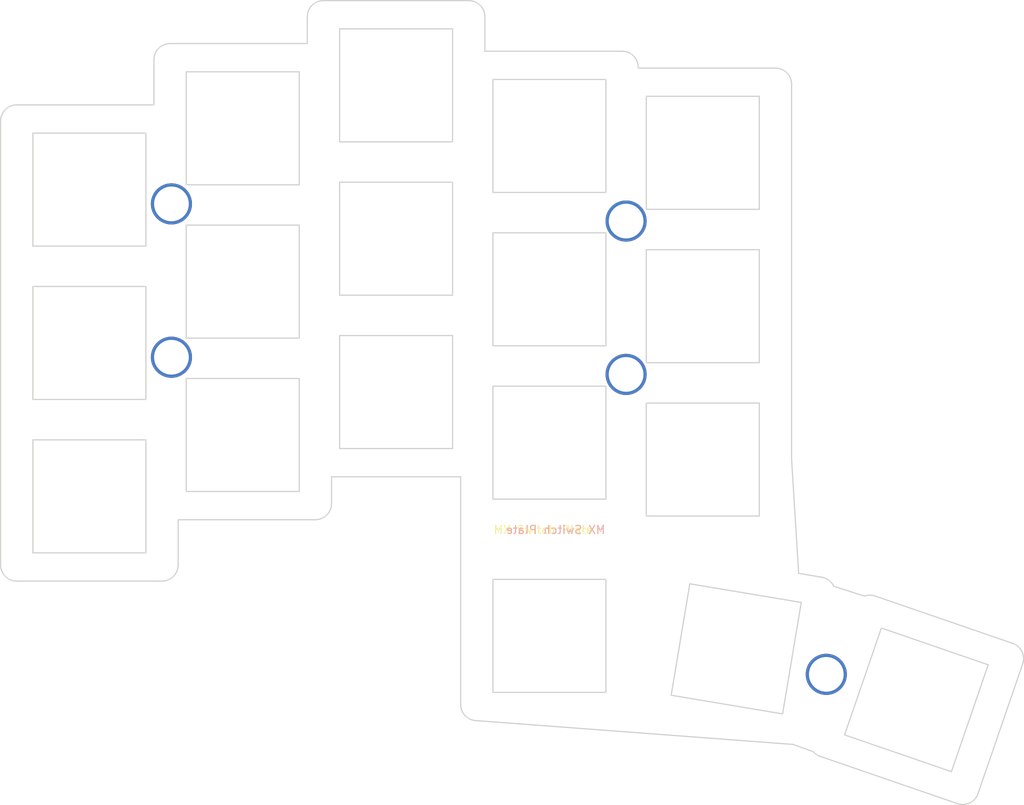
<source format=kicad_pcb>
(kicad_pcb (version 20240108) (generator "pcbnew") (generator_version "8.0")
  (layers (0 "F.Cu" signal) (31 "B.Cu" signal) (34 "B.Paste" user) (35 "F.Paste" user) (36 "B.SilkS" user "B.Silkscreen") (37 "F.SilkS" user "F.Silkscreen") (38 "B.Mask" user) (39 "F.Mask" user) (44 "Edge.Cuts" user))
  (net 0 "")
  (footprint "mounting_hole" (layer "F.Cu") (at 93.5 60.315)
    (property "Reference" "H4" (hide yes))
    (property "Value" "")
    (pad "" thru_hole circle (at 0 0 180) (size 5.1 5.1) (drill 4.3) (layers "*.Cu" "*.Mask"))
  )
  (footprint "mounting_hole" (layer "F.Cu") (at 118.302667 97.47663 -14.25)
    (property "Reference" "H5" (hide yes))
    (property "Value" "")
    (pad "" thru_hole circle (at 0 0 180) (size 5.1 5.1) (drill 4.3) (layers "*.Cu" "*.Mask"))
  )
  (footprint "mounting_hole" (layer "F.Cu") (at 93.5 41.315)
    (property "Reference" "H3" (hide yes))
    (property "Value" "")
    (pad "" thru_hole circle (at 0 0 180) (size 5.1 5.1) (drill 4.3) (layers "*.Cu" "*.Mask"))
  )
  (footprint "mounting_hole" (layer "F.Cu") (at 37.166667 58.186667)
    (property "Reference" "H2" (hide yes))
    (property "Value" "")
    (pad "" thru_hole circle (at 0 0 180) (size 5.1 5.1) (drill 4.3) (layers "*.Cu" "*.Mask"))
  )
  (footprint "mounting_hole" (layer "F.Cu") (at 37.166667 39.186667)
    (property "Reference" "H1" (hide yes))
    (property "Value" "")
    (pad "" thru_hole circle (at 0 0 180) (size 5.1 5.1) (drill 4.3) (layers "*.Cu" "*.Mask"))
  )
  (gr_arc (start 57 76.32) (mid 56.414214 77.734214) (end 55 78.32) (stroke (width 0.15)) (layer "Edge.Cuts"))
  (gr_line (start 18 85.92) (end 36 85.92) (stroke (width 0.15)) (layer "Edge.Cuts"))
  (gr_line (start 58 50.5) (end 72 50.5) (stroke (width 0.15)) (layer "Edge.Cuts"))
  (gr_line (start 77 56.77) (end 91 56.77) (stroke (width 0.15)) (layer "Edge.Cuts"))
  (gr_line (start 72 69.5) (end 72 55.5) (stroke (width 0.15)) (layer "Edge.Cuts"))
  (gr_line (start 39 55.82) (end 53 55.82) (stroke (width 0.15)) (layer "Edge.Cuts"))
  (gr_line (start 96 39.86) (end 110 39.86) (stroke (width 0.15)) (layer "Edge.Cuts"))
  (gr_line (start 120.567628 104.975875) (end 133.804888 109.533829) (stroke (width 0.15)) (layer "Edge.Cuts"))
  (gr_line (start 20 68.42) (end 20 82.42) (stroke (width 0.15)) (layer "Edge.Cuts"))
  (gr_line (start 53 22.82) (end 39 22.82) (stroke (width 0.15)) (layer "Edge.Cuts"))
  (gr_line (start 39 22.82) (end 39 36.82) (stroke (width 0.15)) (layer "Edge.Cuts"))
  (gr_line (start 57 76.32) (end 57 73) (stroke (width 0.15)) (layer "Edge.Cuts"))
  (gr_line (start 91 23.77) (end 77 23.77) (stroke (width 0.15)) (layer "Edge.Cuts"))
  (gr_line (start 96 63.86) (end 96 77.86) (stroke (width 0.15)) (layer "Edge.Cuts"))
  (gr_line (start 91 75.77) (end 91 61.77) (stroke (width 0.15)) (layer "Edge.Cuts"))
  (gr_line (start 39 74.82) (end 53 74.82) (stroke (width 0.15)) (layer "Edge.Cuts"))
  (gr_arc (start 74 14) (mid 75.414214 14.585786) (end 76 16) (stroke (width 0.15)) (layer "Edge.Cuts"))
  (gr_line (start 34 44.42) (end 34 30.42) (stroke (width 0.15)) (layer "Edge.Cuts"))
  (gr_line (start 77 61.77) (end 77 75.77) (stroke (width 0.15)) (layer "Edge.Cuts"))
  (gr_line (start 38 83.92) (end 38 78.32) (stroke (width 0.15)) (layer "Edge.Cuts"))
  (gr_arc (start 93 20.27) (mid 94.414214 20.855786) (end 95 22.27) (stroke (width 0.15)) (layer "Edge.Cuts"))
  (gr_line (start 138.362843 96.296569) (end 125.125583 91.738615) (stroke (width 0.15)) (layer "Edge.Cuts"))
  (gr_line (start 117.749669 85.446468) (end 114.879027 84.966087) (stroke (width 0.15)) (layer "Edge.Cuts"))
  (gr_line (start 58 69.5) (end 72 69.5) (stroke (width 0.15)) (layer "Edge.Cuts"))
  (gr_arc (start 35 21.32) (mid 35.585786 19.905786) (end 37 19.32) (stroke (width 0.15)) (layer "Edge.Cuts"))
  (gr_line (start 76 20.27) (end 76 16) (stroke (width 0.15)) (layer "Edge.Cuts"))
  (gr_line (start 58 55.5) (end 58 69.5) (stroke (width 0.15)) (layer "Edge.Cuts"))
  (gr_line (start 53 74.82) (end 53 60.82) (stroke (width 0.15)) (layer "Edge.Cuts"))
  (gr_line (start 110 63.86) (end 96 63.86) (stroke (width 0.15)) (layer "Edge.Cuts"))
  (gr_line (start 20 30.42) (end 20 44.42) (stroke (width 0.15)) (layer "Edge.Cuts"))
  (gr_arc (start 38 83.92) (mid 37.414214 85.334214) (end 36 85.92) (stroke (width 0.15)) (layer "Edge.Cuts"))
  (gr_line (start 110 39.86) (end 110 25.86) (stroke (width 0.15)) (layer "Edge.Cuts"))
  (gr_line (start 20 63.42) (end 34 63.42) (stroke (width 0.15)) (layer "Edge.Cuts"))
  (gr_line (start 110 25.86) (end 96 25.86) (stroke (width 0.15)) (layer "Edge.Cuts"))
  (gr_line (start 110 58.86) (end 110 44.86) (stroke (width 0.15)) (layer "Edge.Cuts"))
  (gr_line (start 53 36.82) (end 53 22.82) (stroke (width 0.15)) (layer "Edge.Cuts"))
  (gr_line (start 39 60.82) (end 39 74.82) (stroke (width 0.15)) (layer "Edge.Cuts"))
  (gr_line (start 117.537103 107.634054) (end 134.556437 113.494281) (stroke (width 0.15)) (layer "Edge.Cuts"))
  (gr_line (start 20 49.42) (end 20 63.42) (stroke (width 0.15)) (layer "Edge.Cuts"))
  (gr_line (start 99.080766 100.065704) (end 112.888765 102.376371) (stroke (width 0.15)) (layer "Edge.Cuts"))
  (gr_line (start 125.125583 91.738615) (end 120.567628 104.975875) (stroke (width 0.15)) (layer "Edge.Cuts"))
  (gr_line (start 72 50.5) (end 72 36.5) (stroke (width 0.15)) (layer "Edge.Cuts"))
  (gr_line (start 77 85.71) (end 77 99.71) (stroke (width 0.15)) (layer "Edge.Cuts"))
  (gr_line (start 72 31.5) (end 72 17.5) (stroke (width 0.15)) (layer "Edge.Cuts"))
  (gr_line (start 72 36.5) (end 58 36.5) (stroke (width 0.15)) (layer "Edge.Cuts"))
  (gr_line (start 114 70.798016) (end 114 24.36) (stroke (width 0.15)) (layer "Edge.Cuts"))
  (gr_line (start 114.879027 84.966087) (end 114 70.798016) (stroke (width 0.15)) (layer "Edge.Cuts"))
  (gr_arc (start 112 22.36) (mid 113.414214 22.945786) (end 114 24.36) (stroke (width 0.15)) (layer "Edge.Cuts"))
  (gr_line (start 37 19.32) (end 54 19.32) (stroke (width 0.15)) (layer "Edge.Cuts"))
  (gr_line (start 34 30.42) (end 20 30.42) (stroke (width 0.15)) (layer "Edge.Cuts"))
  (gr_line (start 20 82.42) (end 34 82.42) (stroke (width 0.15)) (layer "Edge.Cuts"))
  (gr_line (start 91 85.71) (end 77 85.71) (stroke (width 0.15)) (layer "Edge.Cuts"))
  (gr_line (start 34 63.42) (end 34 49.42) (stroke (width 0.15)) (layer "Edge.Cuts"))
  (gr_line (start 53 55.82) (end 53 41.82) (stroke (width 0.15)) (layer "Edge.Cuts"))
  (gr_line (start 53 60.82) (end 39 60.82) (stroke (width 0.15)) (layer "Edge.Cuts"))
  (gr_line (start 38 78.32) (end 55 78.32) (stroke (width 0.15)) (layer "Edge.Cuts"))
  (gr_line (start 96 58.86) (end 110 58.86) (stroke (width 0.15)) (layer "Edge.Cuts"))
  (gr_line (start 133.804888 109.533829) (end 138.362843 96.296569) (stroke (width 0.15)) (layer "Edge.Cuts"))
  (gr_line (start 77 42.77) (end 77 56.77) (stroke (width 0.15)) (layer "Edge.Cuts"))
  (gr_line (start 91 61.77) (end 77 61.77) (stroke (width 0.15)) (layer "Edge.Cuts"))
  (gr_line (start 34 68.42) (end 20 68.42) (stroke (width 0.15)) (layer "Edge.Cuts"))
  (gr_line (start 39 36.82) (end 53 36.82) (stroke (width 0.15)) (layer "Edge.Cuts"))
  (gr_line (start 18 26.92) (end 35 26.92) (stroke (width 0.15)) (layer "Edge.Cuts"))
  (gr_line (start 101.391433 86.257706) (end 99.080766 100.065704) (stroke (width 0.15)) (layer "Edge.Cuts"))
  (gr_line (start 77 75.77) (end 91 75.77) (stroke (width 0.15)) (layer "Edge.Cuts"))
  (gr_line (start 91 42.77) (end 77 42.77) (stroke (width 0.15)) (layer "Edge.Cuts"))
  (gr_line (start 141.393368 93.63839) (end 124.374034 87.778164) (stroke (width 0.15)) (layer "Edge.Cuts"))
  (gr_arc (start 54 16) (mid 54.585786 14.585786) (end 56 14) (stroke (width 0.15)) (layer "Edge.Cuts"))
  (gr_line (start 110 44.86) (end 96 44.86) (stroke (width 0.15)) (layer "Edge.Cuts"))
  (gr_arc (start 123.046676 87.786989) (mid 123.709601 87.669246) (end 124.374034 87.778164) (stroke (width 0.15)) (layer "Edge.Cuts"))
  (gr_line (start 137.098611 112.25438) (end 142.633269 96.180564) (stroke (width 0.15)) (layer "Edge.Cuts"))
  (gr_line (start 77 99.71) (end 91 99.71) (stroke (width 0.15)) (layer "Edge.Cuts"))
  (gr_arc (start 16 28.92) (mid 16.585786 27.505786) (end 18 26.92) (stroke (width 0.15)) (layer "Edge.Cuts"))
  (gr_line (start 96 44.86) (end 96 58.86) (stroke (width 0.15)) (layer "Edge.Cuts"))
  (gr_line (start 95 22.36) (end 112 22.36) (stroke (width 0.15)) (layer "Edge.Cuts"))
  (gr_line (start 77 23.77) (end 77 37.77) (stroke (width 0.15)) (layer "Edge.Cuts"))
  (gr_line (start 74.850177 103.20438) (end 114.192313 106.159869) (stroke (width 0.15)) (layer "Edge.Cuts"))
  (gr_line (start 77 37.77) (end 91 37.77) (stroke (width 0.15)) (layer "Edge.Cuts"))
  (gr_arc (start 74.850177 103.20438) (mid 73.533773 102.570212) (end 73 101.21) (stroke (width 0.15)) (layer "Edge.Cuts"))
  (gr_line (start 96 77.86) (end 110 77.86) (stroke (width 0.15)) (layer "Edge.Cuts"))
  (gr_line (start 35 21.32) (end 35 26.92) (stroke (width 0.15)) (layer "Edge.Cuts"))
  (gr_line (start 95 22.36) (end 95 22.27) (stroke (width 0.15)) (layer "Edge.Cuts"))
  (gr_line (start 34 49.42) (end 20 49.42) (stroke (width 0.15)) (layer "Edge.Cuts"))
  (gr_line (start 16 83.92) (end 16 28.92) (stroke (width 0.15)) (layer "Edge.Cuts"))
  (gr_arc (start 137.098611 112.254379) (mid 136.084316 113.400831) (end 134.556437 113.494281) (stroke (width 0.15)) (layer "Edge.Cuts"))
  (gr_arc (start 141.393368 93.638391) (mid 142.53982 94.652686) (end 142.633269 96.180564) (stroke (width 0.15)) (layer "Edge.Cuts"))
  (gr_line (start 73 101.21) (end 73 73) (stroke (width 0.15)) (layer "Edge.Cuts"))
  (gr_arc (start 117.749669 85.446468) (mid 118.628471 85.825751) (end 119.230391 86.569956) (stroke (width 0.15)) (layer "Edge.Cuts"))
  (gr_line (start 34 82.42) (end 34 68.42) (stroke (width 0.15)) (layer "Edge.Cuts"))
  (gr_line (start 72 55.5) (end 58 55.5) (stroke (width 0.15)) (layer "Edge.Cuts"))
  (gr_line (start 58 31.5) (end 72 31.5) (stroke (width 0.15)) (layer "Edge.Cuts"))
  (gr_line (start 76 20.27) (end 93 20.27) (stroke (width 0.15)) (layer "Edge.Cuts"))
  (gr_line (start 91 56.77) (end 91 42.77) (stroke (width 0.15)) (layer "Edge.Cuts"))
  (gr_line (start 39 41.82) (end 39 55.82) (stroke (width 0.15)) (layer "Edge.Cuts"))
  (gr_line (start 123.046675 87.786988) (end 119.230391 86.569956) (stroke (width 0.15)) (layer "Edge.Cuts"))
  (gr_arc (start 18 85.92) (mid 16.585786 85.334214) (end 16 83.92) (stroke (width 0.15)) (layer "Edge.Cuts"))
  (gr_line (start 57 73) (end 73 73) (stroke (width 0.15)) (layer "Edge.Cuts"))
  (gr_line (start 72 17.5) (end 58 17.5) (stroke (width 0.15)) (layer "Edge.Cuts"))
  (gr_arc (start 117.537102 107.634053) (mid 117.0701 107.401258) (end 116.679211 107.055584) (stroke (width 0.15)) (layer "Edge.Cuts"))
  (gr_line (start 53 41.82) (end 39 41.82) (stroke (width 0.15)) (layer "Edge.Cuts"))
  (gr_line (start 114.192313 106.159869) (end 116.679211 107.055584) (stroke (width 0.15)) (layer "Edge.Cuts"))
  (gr_line (start 96 25.86) (end 96 39.86) (stroke (width 0.15)) (layer "Edge.Cuts"))
  (gr_line (start 58 36.5) (end 58 50.5) (stroke (width 0.15)) (layer "Edge.Cuts"))
  (gr_line (start 115.199431 88.568372) (end 101.391433 86.257706) (stroke (width 0.15)) (layer "Edge.Cuts"))
  (gr_line (start 54 16) (end 54 19.32) (stroke (width 0.15)) (layer "Edge.Cuts"))
  (gr_line (start 91 37.77) (end 91 23.77) (stroke (width 0.15)) (layer "Edge.Cuts"))
  (gr_line (start 74 14) (end 56 14) (stroke (width 0.15)) (layer "Edge.Cuts"))
  (gr_line (start 110 77.86) (end 110 63.86) (stroke (width 0.15)) (layer "Edge.Cuts"))
  (gr_line (start 91 99.71) (end 91 85.71) (stroke (width 0.15)) (layer "Edge.Cuts"))
  (gr_line (start 58 17.5) (end 58 31.5) (stroke (width 0.15)) (layer "Edge.Cuts"))
  (gr_line (start 112.888765 102.376371) (end 115.199431 88.568372) (stroke (width 0.15)) (layer "Edge.Cuts"))
  (gr_line (start 20 44.42) (end 34 44.42) (stroke (width 0.15)) (layer "Edge.Cuts"))
  (gr_text "MX Switch Plate" (at 91 79.57 0) (layer "B.SilkS") (effects (font (size 1 1)) (justify left mirror)))
  (gr_text "MX Switch Plate" (at 77 79.57 0) (layer "F.SilkS") (effects (font (size 1 1)) (justify left)))
)
</source>
